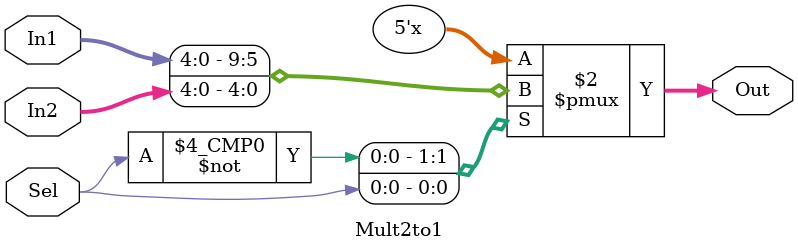
<source format=v>
module Mult2to1 (In1,In2,Sel,Out);
	input [4:0] In1, In2;           // two 32-bit inputs
	input Sel; 				 // selector signal 2 bits
	output reg [4:0] Out; 			 // 32-bit output
	always @(Sel,In2,In1)
		case (Sel) 					
			0: Out =  In1;			
			1: Out =  In2;			
		endcase
endmodule

</source>
